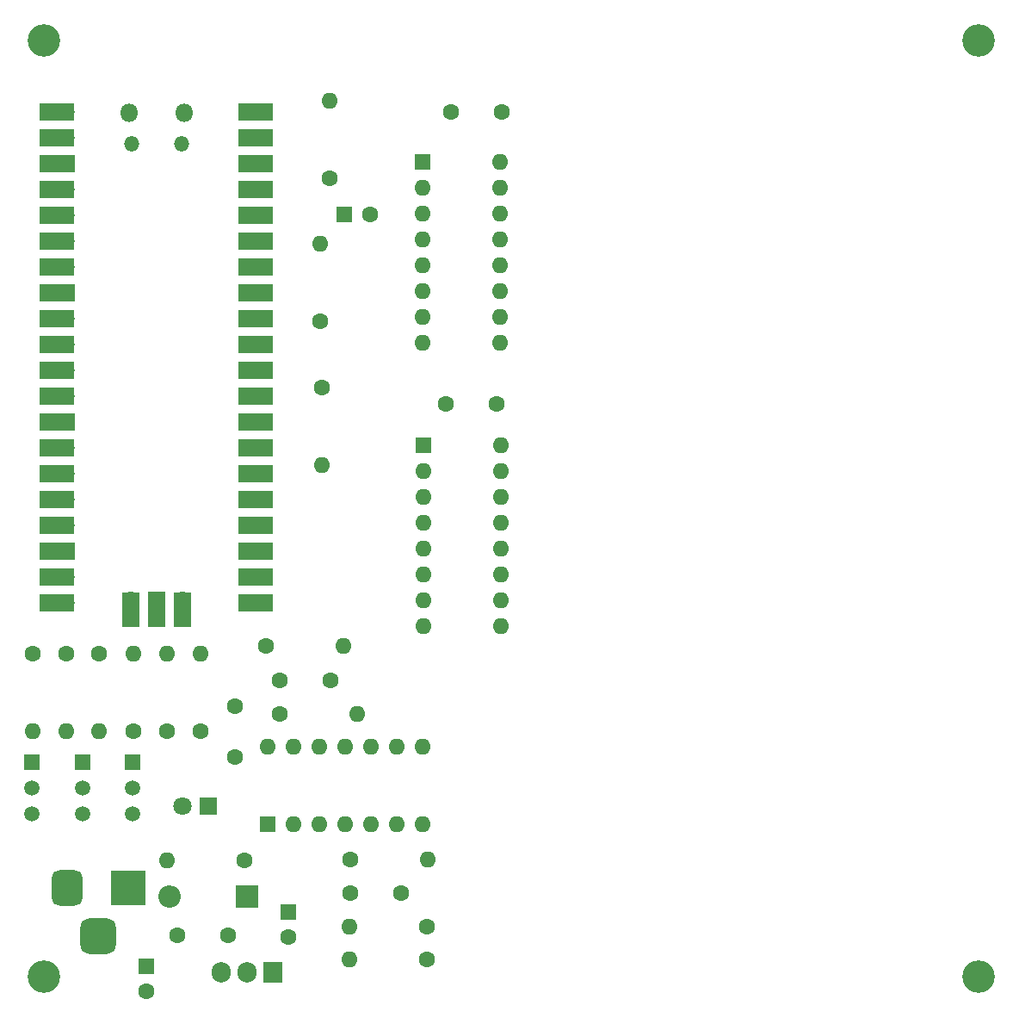
<source format=gbr>
%TF.GenerationSoftware,KiCad,Pcbnew,(6.0.11)*%
%TF.CreationDate,2024-06-09T14:40:51-05:00*%
%TF.ProjectId,CapactiveTouchpad,43617061-6374-4697-9665-546f75636870,rev?*%
%TF.SameCoordinates,Original*%
%TF.FileFunction,Soldermask,Top*%
%TF.FilePolarity,Negative*%
%FSLAX46Y46*%
G04 Gerber Fmt 4.6, Leading zero omitted, Abs format (unit mm)*
G04 Created by KiCad (PCBNEW (6.0.11)) date 2024-06-09 14:40:51*
%MOMM*%
%LPD*%
G01*
G04 APERTURE LIST*
G04 Aperture macros list*
%AMRoundRect*
0 Rectangle with rounded corners*
0 $1 Rounding radius*
0 $2 $3 $4 $5 $6 $7 $8 $9 X,Y pos of 4 corners*
0 Add a 4 corners polygon primitive as box body*
4,1,4,$2,$3,$4,$5,$6,$7,$8,$9,$2,$3,0*
0 Add four circle primitives for the rounded corners*
1,1,$1+$1,$2,$3*
1,1,$1+$1,$4,$5*
1,1,$1+$1,$6,$7*
1,1,$1+$1,$8,$9*
0 Add four rect primitives between the rounded corners*
20,1,$1+$1,$2,$3,$4,$5,0*
20,1,$1+$1,$4,$5,$6,$7,0*
20,1,$1+$1,$6,$7,$8,$9,0*
20,1,$1+$1,$8,$9,$2,$3,0*%
G04 Aperture macros list end*
%ADD10C,3.200000*%
%ADD11C,1.600000*%
%ADD12O,1.600000X1.600000*%
%ADD13R,1.500000X1.500000*%
%ADD14C,1.500000*%
%ADD15R,3.500000X3.500000*%
%ADD16RoundRect,0.750000X-0.750000X-1.000000X0.750000X-1.000000X0.750000X1.000000X-0.750000X1.000000X0*%
%ADD17RoundRect,0.875000X-0.875000X-0.875000X0.875000X-0.875000X0.875000X0.875000X-0.875000X0.875000X0*%
%ADD18R,1.905000X2.000000*%
%ADD19O,1.905000X2.000000*%
%ADD20R,2.200000X2.200000*%
%ADD21O,2.200000X2.200000*%
%ADD22O,1.500000X1.500000*%
%ADD23O,1.800000X1.800000*%
%ADD24R,3.500000X1.700000*%
%ADD25O,1.700000X1.700000*%
%ADD26R,1.700000X1.700000*%
%ADD27R,1.700000X3.500000*%
%ADD28R,1.600000X1.600000*%
%ADD29R,1.800000X1.800000*%
%ADD30C,1.800000*%
G04 APERTURE END LIST*
D10*
%TO.C,H1*%
X136000000Y-126000000D03*
%TD*%
D11*
%TO.C,R15*%
X74200000Y-114500000D03*
D12*
X81820000Y-114500000D03*
%TD*%
D13*
%TO.C,Q1*%
X52726000Y-104902000D03*
D14*
X52726000Y-107442000D03*
X52726000Y-109982000D03*
%TD*%
D13*
%TO.C,Q2*%
X47810000Y-104900000D03*
D14*
X47810000Y-107440000D03*
X47810000Y-109980000D03*
%TD*%
D11*
%TO.C,C9*%
X67200000Y-96900000D03*
X72200000Y-96900000D03*
%TD*%
D15*
%TO.C,J1*%
X52324000Y-117300000D03*
D16*
X46324000Y-117300000D03*
D17*
X49324000Y-122000000D03*
%TD*%
D11*
%TO.C,R11*%
X67200000Y-100200000D03*
D12*
X74820000Y-100200000D03*
%TD*%
D11*
%TO.C,R6*%
X46200000Y-94220000D03*
D12*
X46200000Y-101840000D03*
%TD*%
D11*
%TO.C,R4*%
X49450000Y-94240000D03*
D12*
X49450000Y-101860000D03*
%TD*%
D18*
%TO.C,U1*%
X66548000Y-125547000D03*
D19*
X64008000Y-125547000D03*
X61468000Y-125547000D03*
%TD*%
D10*
%TO.C,H4*%
X44000000Y-126000000D03*
%TD*%
%TO.C,H2*%
X136000000Y-34000000D03*
%TD*%
D20*
%TO.C,D2*%
X64008000Y-118110000D03*
D21*
X56388000Y-118110000D03*
%TD*%
D11*
%TO.C,C8*%
X74200000Y-117800000D03*
X79200000Y-117800000D03*
%TD*%
D22*
%TO.C,U4*%
X57535000Y-44160000D03*
D23*
X52385000Y-41130000D03*
D22*
X52685000Y-44160000D03*
D23*
X57835000Y-41130000D03*
D24*
X45320000Y-41000000D03*
D25*
X46220000Y-41000000D03*
X46220000Y-43540000D03*
D24*
X45320000Y-43540000D03*
X45320000Y-46080000D03*
D26*
X46220000Y-46080000D03*
D25*
X46220000Y-48620000D03*
D24*
X45320000Y-48620000D03*
X45320000Y-51160000D03*
D25*
X46220000Y-51160000D03*
D24*
X45320000Y-53700000D03*
D25*
X46220000Y-53700000D03*
D24*
X45320000Y-56240000D03*
D25*
X46220000Y-56240000D03*
D24*
X45320000Y-58780000D03*
D26*
X46220000Y-58780000D03*
D25*
X46220000Y-61320000D03*
D24*
X45320000Y-61320000D03*
D25*
X46220000Y-63860000D03*
D24*
X45320000Y-63860000D03*
X45320000Y-66400000D03*
D25*
X46220000Y-66400000D03*
D24*
X45320000Y-68940000D03*
D25*
X46220000Y-68940000D03*
D26*
X46220000Y-71480000D03*
D24*
X45320000Y-71480000D03*
X45320000Y-74020000D03*
D25*
X46220000Y-74020000D03*
X46220000Y-76560000D03*
D24*
X45320000Y-76560000D03*
X45320000Y-79100000D03*
D25*
X46220000Y-79100000D03*
D24*
X45320000Y-81640000D03*
D25*
X46220000Y-81640000D03*
D26*
X46220000Y-84180000D03*
D24*
X45320000Y-84180000D03*
X45320000Y-86720000D03*
D25*
X46220000Y-86720000D03*
D24*
X45320000Y-89260000D03*
D25*
X46220000Y-89260000D03*
X64000000Y-89260000D03*
D24*
X64900000Y-89260000D03*
X64900000Y-86720000D03*
D25*
X64000000Y-86720000D03*
D26*
X64000000Y-84180000D03*
D24*
X64900000Y-84180000D03*
X64900000Y-81640000D03*
D25*
X64000000Y-81640000D03*
D24*
X64900000Y-79100000D03*
D25*
X64000000Y-79100000D03*
D24*
X64900000Y-76560000D03*
D25*
X64000000Y-76560000D03*
D24*
X64900000Y-74020000D03*
D25*
X64000000Y-74020000D03*
D24*
X64900000Y-71480000D03*
D26*
X64000000Y-71480000D03*
D24*
X64900000Y-68940000D03*
D25*
X64000000Y-68940000D03*
D24*
X64900000Y-66400000D03*
D25*
X64000000Y-66400000D03*
D24*
X64900000Y-63860000D03*
D25*
X64000000Y-63860000D03*
D24*
X64900000Y-61320000D03*
D25*
X64000000Y-61320000D03*
D26*
X64000000Y-58780000D03*
D24*
X64900000Y-58780000D03*
X64900000Y-56240000D03*
D25*
X64000000Y-56240000D03*
X64000000Y-53700000D03*
D24*
X64900000Y-53700000D03*
D25*
X64000000Y-51160000D03*
D24*
X64900000Y-51160000D03*
D25*
X64000000Y-48620000D03*
D24*
X64900000Y-48620000D03*
X64900000Y-46080000D03*
D26*
X64000000Y-46080000D03*
D24*
X64900000Y-43540000D03*
D25*
X64000000Y-43540000D03*
X64000000Y-41000000D03*
D24*
X64900000Y-41000000D03*
D25*
X52570000Y-89030000D03*
D27*
X52570000Y-89930000D03*
D26*
X55110000Y-89030000D03*
D27*
X55110000Y-89930000D03*
D25*
X57650000Y-89030000D03*
D27*
X57650000Y-89930000D03*
%TD*%
D11*
%TO.C,C4*%
X88600000Y-69700000D03*
X83600000Y-69700000D03*
%TD*%
%TO.C,R8*%
X42900000Y-94260000D03*
D12*
X42900000Y-101880000D03*
%TD*%
D28*
%TO.C,U2*%
X66035000Y-110988000D03*
D12*
X68575000Y-110988000D03*
X71115000Y-110988000D03*
X73655000Y-110988000D03*
X76195000Y-110988000D03*
X78735000Y-110988000D03*
X81275000Y-110988000D03*
X81275000Y-103368000D03*
X78735000Y-103368000D03*
X76195000Y-103368000D03*
X73655000Y-103368000D03*
X71115000Y-103368000D03*
X68575000Y-103368000D03*
X66035000Y-103368000D03*
%TD*%
D28*
%TO.C,U3*%
X81300000Y-45954000D03*
D12*
X81300000Y-48494000D03*
X81300000Y-51034000D03*
X81300000Y-53574000D03*
X81300000Y-56114000D03*
X81300000Y-58654000D03*
X81300000Y-61194000D03*
X81300000Y-63734000D03*
X88920000Y-63734000D03*
X88920000Y-61194000D03*
X88920000Y-58654000D03*
X88920000Y-56114000D03*
X88920000Y-53574000D03*
X88920000Y-51034000D03*
X88920000Y-48494000D03*
X88920000Y-45954000D03*
%TD*%
D11*
%TO.C,R5*%
X52832000Y-101854000D03*
D12*
X52832000Y-94234000D03*
%TD*%
D11*
%TO.C,C7*%
X62860000Y-99450000D03*
X62860000Y-104450000D03*
%TD*%
%TO.C,R12*%
X71350000Y-68090000D03*
D12*
X71350000Y-75710000D03*
%TD*%
D11*
%TO.C,R2*%
X71200000Y-61600000D03*
D12*
X71200000Y-53980000D03*
%TD*%
D11*
%TO.C,C6*%
X57190000Y-121920000D03*
X62190000Y-121920000D03*
%TD*%
D13*
%TO.C,Q3*%
X42880000Y-104940000D03*
D14*
X42880000Y-107480000D03*
X42880000Y-110020000D03*
%TD*%
D28*
%TO.C,C2*%
X68072000Y-119634000D03*
D11*
X68072000Y-122134000D03*
%TD*%
%TO.C,R14*%
X81710000Y-124300000D03*
D12*
X74090000Y-124300000D03*
%TD*%
D11*
%TO.C,R7*%
X56134000Y-101854000D03*
D12*
X56134000Y-94234000D03*
%TD*%
D28*
%TO.C,U6*%
X81380000Y-73800000D03*
D12*
X81380000Y-76340000D03*
X81380000Y-78880000D03*
X81380000Y-81420000D03*
X81380000Y-83960000D03*
X81380000Y-86500000D03*
X81380000Y-89040000D03*
X81380000Y-91580000D03*
X89000000Y-91580000D03*
X89000000Y-89040000D03*
X89000000Y-86500000D03*
X89000000Y-83960000D03*
X89000000Y-81420000D03*
X89000000Y-78880000D03*
X89000000Y-76340000D03*
X89000000Y-73800000D03*
%TD*%
D11*
%TO.C,R13*%
X81710000Y-121100000D03*
D12*
X74090000Y-121100000D03*
%TD*%
D11*
%TO.C,C3*%
X89100000Y-41000000D03*
X84100000Y-41000000D03*
%TD*%
D10*
%TO.C,H3*%
X44000000Y-34000000D03*
%TD*%
D11*
%TO.C,R9*%
X59436000Y-101854000D03*
D12*
X59436000Y-94234000D03*
%TD*%
D11*
%TO.C,R10*%
X65900000Y-93500000D03*
D12*
X73520000Y-93500000D03*
%TD*%
D11*
%TO.C,R1*%
X63754000Y-114554000D03*
D12*
X56134000Y-114554000D03*
%TD*%
D28*
%TO.C,C1*%
X54102000Y-124968000D03*
D11*
X54102000Y-127468000D03*
%TD*%
%TO.C,R3*%
X72136000Y-47498000D03*
D12*
X72136000Y-39878000D03*
%TD*%
D29*
%TO.C,D1*%
X60198000Y-109220000D03*
D30*
X57658000Y-109220000D03*
%TD*%
D28*
%TO.C,C5*%
X73600000Y-51050000D03*
D11*
X76100000Y-51050000D03*
%TD*%
M02*

</source>
